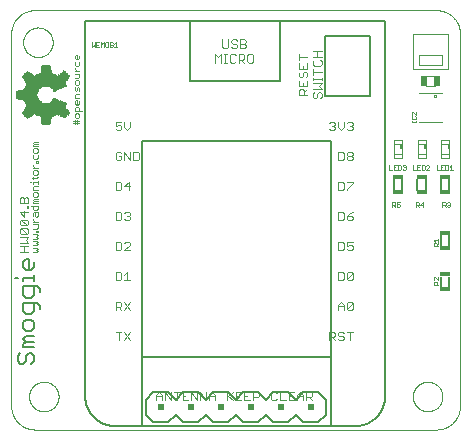
<source format=gto>
G75*
%MOIN*%
%OFA0B0*%
%FSLAX25Y25*%
%IPPOS*%
%LPD*%
%AMOC8*
5,1,8,0,0,1.08239X$1,22.5*
%
%ADD10C,0.00000*%
%ADD11C,0.00500*%
%ADD12C,0.00200*%
%ADD13C,0.00300*%
%ADD14R,0.00236X0.00709*%
%ADD15R,0.00236X0.00472*%
%ADD16R,0.00236X0.01181*%
%ADD17R,0.00236X0.01890*%
%ADD18R,0.00236X0.01654*%
%ADD19R,0.00236X0.02126*%
%ADD20R,0.00236X0.02362*%
%ADD21R,0.00236X0.02835*%
%ADD22R,0.00236X0.03307*%
%ADD23R,0.00236X0.00945*%
%ADD24R,0.00236X0.03543*%
%ADD25R,0.00236X0.05197*%
%ADD26R,0.00236X0.05433*%
%ADD27R,0.00236X0.05669*%
%ADD28R,0.00236X0.04961*%
%ADD29R,0.00236X0.05906*%
%ADD30R,0.00236X0.06142*%
%ADD31R,0.00236X0.07087*%
%ADD32R,0.00236X0.07323*%
%ADD33R,0.00236X0.06378*%
%ADD34R,0.00236X0.06614*%
%ADD35R,0.00236X0.13701*%
%ADD36R,0.00236X0.13465*%
%ADD37R,0.00236X0.13228*%
%ADD38R,0.00236X0.12992*%
%ADD39R,0.00236X0.14173*%
%ADD40R,0.00236X0.14409*%
%ADD41R,0.00236X0.14646*%
%ADD42R,0.00236X0.15118*%
%ADD43R,0.00236X0.15354*%
%ADD44R,0.00236X0.15591*%
%ADD45R,0.00236X0.15827*%
%ADD46R,0.00236X0.03071*%
%ADD47R,0.00236X0.04724*%
%ADD48R,0.00236X0.03780*%
%ADD49R,0.00236X0.01417*%
%ADD50C,0.00800*%
%ADD51C,0.00100*%
%ADD52C,0.00600*%
%ADD53R,0.03400X0.01600*%
%ADD54C,0.00400*%
%ADD55R,0.01969X0.03740*%
%ADD56R,0.02000X0.02000*%
%ADD57C,0.00197*%
%ADD58R,0.00886X0.01575*%
%ADD59R,0.00886X0.00984*%
D10*
X0009474Y0001600D02*
X0143332Y0001600D01*
X0143522Y0001602D01*
X0143712Y0001609D01*
X0143902Y0001621D01*
X0144092Y0001637D01*
X0144281Y0001657D01*
X0144470Y0001683D01*
X0144658Y0001712D01*
X0144845Y0001747D01*
X0145031Y0001786D01*
X0145216Y0001829D01*
X0145401Y0001877D01*
X0145584Y0001929D01*
X0145765Y0001985D01*
X0145945Y0002046D01*
X0146124Y0002112D01*
X0146301Y0002181D01*
X0146477Y0002255D01*
X0146650Y0002333D01*
X0146822Y0002416D01*
X0146991Y0002502D01*
X0147159Y0002592D01*
X0147324Y0002687D01*
X0147487Y0002785D01*
X0147647Y0002888D01*
X0147805Y0002994D01*
X0147960Y0003104D01*
X0148113Y0003217D01*
X0148263Y0003335D01*
X0148409Y0003456D01*
X0148553Y0003580D01*
X0148694Y0003708D01*
X0148832Y0003839D01*
X0148967Y0003974D01*
X0149098Y0004112D01*
X0149226Y0004253D01*
X0149350Y0004397D01*
X0149471Y0004543D01*
X0149589Y0004693D01*
X0149702Y0004846D01*
X0149812Y0005001D01*
X0149918Y0005159D01*
X0150021Y0005319D01*
X0150119Y0005482D01*
X0150214Y0005647D01*
X0150304Y0005815D01*
X0150390Y0005984D01*
X0150473Y0006156D01*
X0150551Y0006329D01*
X0150625Y0006505D01*
X0150694Y0006682D01*
X0150760Y0006861D01*
X0150821Y0007041D01*
X0150877Y0007222D01*
X0150929Y0007405D01*
X0150977Y0007590D01*
X0151020Y0007775D01*
X0151059Y0007961D01*
X0151094Y0008148D01*
X0151123Y0008336D01*
X0151149Y0008525D01*
X0151169Y0008714D01*
X0151185Y0008904D01*
X0151197Y0009094D01*
X0151204Y0009284D01*
X0151206Y0009474D01*
X0151206Y0133490D01*
X0151204Y0133680D01*
X0151197Y0133870D01*
X0151185Y0134060D01*
X0151169Y0134250D01*
X0151149Y0134439D01*
X0151123Y0134628D01*
X0151094Y0134816D01*
X0151059Y0135003D01*
X0151020Y0135189D01*
X0150977Y0135374D01*
X0150929Y0135559D01*
X0150877Y0135742D01*
X0150821Y0135923D01*
X0150760Y0136103D01*
X0150694Y0136282D01*
X0150625Y0136459D01*
X0150551Y0136635D01*
X0150473Y0136808D01*
X0150390Y0136980D01*
X0150304Y0137149D01*
X0150214Y0137317D01*
X0150119Y0137482D01*
X0150021Y0137645D01*
X0149918Y0137805D01*
X0149812Y0137963D01*
X0149702Y0138118D01*
X0149589Y0138271D01*
X0149471Y0138421D01*
X0149350Y0138567D01*
X0149226Y0138711D01*
X0149098Y0138852D01*
X0148967Y0138990D01*
X0148832Y0139125D01*
X0148694Y0139256D01*
X0148553Y0139384D01*
X0148409Y0139508D01*
X0148263Y0139629D01*
X0148113Y0139747D01*
X0147960Y0139860D01*
X0147805Y0139970D01*
X0147647Y0140076D01*
X0147487Y0140179D01*
X0147324Y0140277D01*
X0147159Y0140372D01*
X0146991Y0140462D01*
X0146822Y0140548D01*
X0146650Y0140631D01*
X0146477Y0140709D01*
X0146301Y0140783D01*
X0146124Y0140852D01*
X0145945Y0140918D01*
X0145765Y0140979D01*
X0145584Y0141035D01*
X0145401Y0141087D01*
X0145216Y0141135D01*
X0145031Y0141178D01*
X0144845Y0141217D01*
X0144658Y0141252D01*
X0144470Y0141281D01*
X0144281Y0141307D01*
X0144092Y0141327D01*
X0143902Y0141343D01*
X0143712Y0141355D01*
X0143522Y0141362D01*
X0143332Y0141364D01*
X0009474Y0141364D01*
X0009284Y0141362D01*
X0009094Y0141355D01*
X0008904Y0141343D01*
X0008714Y0141327D01*
X0008525Y0141307D01*
X0008336Y0141281D01*
X0008148Y0141252D01*
X0007961Y0141217D01*
X0007775Y0141178D01*
X0007590Y0141135D01*
X0007405Y0141087D01*
X0007222Y0141035D01*
X0007041Y0140979D01*
X0006861Y0140918D01*
X0006682Y0140852D01*
X0006505Y0140783D01*
X0006329Y0140709D01*
X0006156Y0140631D01*
X0005984Y0140548D01*
X0005815Y0140462D01*
X0005647Y0140372D01*
X0005482Y0140277D01*
X0005319Y0140179D01*
X0005159Y0140076D01*
X0005001Y0139970D01*
X0004846Y0139860D01*
X0004693Y0139747D01*
X0004543Y0139629D01*
X0004397Y0139508D01*
X0004253Y0139384D01*
X0004112Y0139256D01*
X0003974Y0139125D01*
X0003839Y0138990D01*
X0003708Y0138852D01*
X0003580Y0138711D01*
X0003456Y0138567D01*
X0003335Y0138421D01*
X0003217Y0138271D01*
X0003104Y0138118D01*
X0002994Y0137963D01*
X0002888Y0137805D01*
X0002785Y0137645D01*
X0002687Y0137482D01*
X0002592Y0137317D01*
X0002502Y0137149D01*
X0002416Y0136980D01*
X0002333Y0136808D01*
X0002255Y0136635D01*
X0002181Y0136459D01*
X0002112Y0136282D01*
X0002046Y0136103D01*
X0001985Y0135923D01*
X0001929Y0135742D01*
X0001877Y0135559D01*
X0001829Y0135374D01*
X0001786Y0135189D01*
X0001747Y0135003D01*
X0001712Y0134816D01*
X0001683Y0134628D01*
X0001657Y0134439D01*
X0001637Y0134250D01*
X0001621Y0134060D01*
X0001609Y0133870D01*
X0001602Y0133680D01*
X0001600Y0133490D01*
X0001600Y0009474D01*
X0001602Y0009284D01*
X0001609Y0009094D01*
X0001621Y0008904D01*
X0001637Y0008714D01*
X0001657Y0008525D01*
X0001683Y0008336D01*
X0001712Y0008148D01*
X0001747Y0007961D01*
X0001786Y0007775D01*
X0001829Y0007590D01*
X0001877Y0007405D01*
X0001929Y0007222D01*
X0001985Y0007041D01*
X0002046Y0006861D01*
X0002112Y0006682D01*
X0002181Y0006505D01*
X0002255Y0006329D01*
X0002333Y0006156D01*
X0002416Y0005984D01*
X0002502Y0005815D01*
X0002592Y0005647D01*
X0002687Y0005482D01*
X0002785Y0005319D01*
X0002888Y0005159D01*
X0002994Y0005001D01*
X0003104Y0004846D01*
X0003217Y0004693D01*
X0003335Y0004543D01*
X0003456Y0004397D01*
X0003580Y0004253D01*
X0003708Y0004112D01*
X0003839Y0003974D01*
X0003974Y0003839D01*
X0004112Y0003708D01*
X0004253Y0003580D01*
X0004397Y0003456D01*
X0004543Y0003335D01*
X0004693Y0003217D01*
X0004846Y0003104D01*
X0005001Y0002994D01*
X0005159Y0002888D01*
X0005319Y0002785D01*
X0005482Y0002687D01*
X0005647Y0002592D01*
X0005815Y0002502D01*
X0005984Y0002416D01*
X0006156Y0002333D01*
X0006329Y0002255D01*
X0006505Y0002181D01*
X0006682Y0002112D01*
X0006861Y0002046D01*
X0007041Y0001985D01*
X0007222Y0001929D01*
X0007405Y0001877D01*
X0007590Y0001829D01*
X0007775Y0001786D01*
X0007961Y0001747D01*
X0008148Y0001712D01*
X0008336Y0001683D01*
X0008525Y0001657D01*
X0008714Y0001637D01*
X0008904Y0001621D01*
X0009094Y0001609D01*
X0009284Y0001602D01*
X0009474Y0001600D01*
X0007537Y0012589D02*
X0007539Y0012729D01*
X0007545Y0012869D01*
X0007555Y0013008D01*
X0007569Y0013147D01*
X0007587Y0013286D01*
X0007608Y0013424D01*
X0007634Y0013562D01*
X0007664Y0013699D01*
X0007697Y0013834D01*
X0007735Y0013969D01*
X0007776Y0014103D01*
X0007821Y0014236D01*
X0007869Y0014367D01*
X0007922Y0014496D01*
X0007978Y0014625D01*
X0008037Y0014751D01*
X0008101Y0014876D01*
X0008167Y0014999D01*
X0008238Y0015120D01*
X0008311Y0015239D01*
X0008388Y0015356D01*
X0008469Y0015470D01*
X0008552Y0015582D01*
X0008639Y0015692D01*
X0008729Y0015800D01*
X0008821Y0015904D01*
X0008917Y0016006D01*
X0009016Y0016106D01*
X0009117Y0016202D01*
X0009221Y0016296D01*
X0009328Y0016386D01*
X0009437Y0016473D01*
X0009549Y0016558D01*
X0009663Y0016639D01*
X0009779Y0016717D01*
X0009897Y0016791D01*
X0010018Y0016862D01*
X0010140Y0016930D01*
X0010265Y0016994D01*
X0010391Y0017055D01*
X0010518Y0017112D01*
X0010648Y0017165D01*
X0010779Y0017215D01*
X0010911Y0017260D01*
X0011044Y0017303D01*
X0011179Y0017341D01*
X0011314Y0017375D01*
X0011451Y0017406D01*
X0011588Y0017433D01*
X0011726Y0017455D01*
X0011865Y0017474D01*
X0012004Y0017489D01*
X0012143Y0017500D01*
X0012283Y0017507D01*
X0012423Y0017510D01*
X0012563Y0017509D01*
X0012703Y0017504D01*
X0012842Y0017495D01*
X0012982Y0017482D01*
X0013121Y0017465D01*
X0013259Y0017444D01*
X0013397Y0017420D01*
X0013534Y0017391D01*
X0013670Y0017359D01*
X0013805Y0017322D01*
X0013939Y0017282D01*
X0014072Y0017238D01*
X0014203Y0017190D01*
X0014333Y0017139D01*
X0014462Y0017084D01*
X0014589Y0017025D01*
X0014714Y0016962D01*
X0014837Y0016897D01*
X0014959Y0016827D01*
X0015078Y0016754D01*
X0015196Y0016678D01*
X0015311Y0016599D01*
X0015424Y0016516D01*
X0015534Y0016430D01*
X0015642Y0016341D01*
X0015747Y0016249D01*
X0015850Y0016154D01*
X0015950Y0016056D01*
X0016047Y0015956D01*
X0016141Y0015852D01*
X0016233Y0015746D01*
X0016321Y0015638D01*
X0016406Y0015527D01*
X0016488Y0015413D01*
X0016567Y0015297D01*
X0016642Y0015180D01*
X0016714Y0015060D01*
X0016782Y0014938D01*
X0016847Y0014814D01*
X0016909Y0014688D01*
X0016967Y0014561D01*
X0017021Y0014432D01*
X0017072Y0014301D01*
X0017118Y0014169D01*
X0017161Y0014036D01*
X0017201Y0013902D01*
X0017236Y0013767D01*
X0017268Y0013630D01*
X0017295Y0013493D01*
X0017319Y0013355D01*
X0017339Y0013217D01*
X0017355Y0013078D01*
X0017367Y0012938D01*
X0017375Y0012799D01*
X0017379Y0012659D01*
X0017379Y0012519D01*
X0017375Y0012379D01*
X0017367Y0012240D01*
X0017355Y0012100D01*
X0017339Y0011961D01*
X0017319Y0011823D01*
X0017295Y0011685D01*
X0017268Y0011548D01*
X0017236Y0011411D01*
X0017201Y0011276D01*
X0017161Y0011142D01*
X0017118Y0011009D01*
X0017072Y0010877D01*
X0017021Y0010746D01*
X0016967Y0010617D01*
X0016909Y0010490D01*
X0016847Y0010364D01*
X0016782Y0010240D01*
X0016714Y0010118D01*
X0016642Y0009998D01*
X0016567Y0009881D01*
X0016488Y0009765D01*
X0016406Y0009651D01*
X0016321Y0009540D01*
X0016233Y0009432D01*
X0016141Y0009326D01*
X0016047Y0009222D01*
X0015950Y0009122D01*
X0015850Y0009024D01*
X0015747Y0008929D01*
X0015642Y0008837D01*
X0015534Y0008748D01*
X0015424Y0008662D01*
X0015311Y0008579D01*
X0015196Y0008500D01*
X0015078Y0008424D01*
X0014959Y0008351D01*
X0014837Y0008281D01*
X0014714Y0008216D01*
X0014589Y0008153D01*
X0014462Y0008094D01*
X0014333Y0008039D01*
X0014203Y0007988D01*
X0014072Y0007940D01*
X0013939Y0007896D01*
X0013805Y0007856D01*
X0013670Y0007819D01*
X0013534Y0007787D01*
X0013397Y0007758D01*
X0013259Y0007734D01*
X0013121Y0007713D01*
X0012982Y0007696D01*
X0012842Y0007683D01*
X0012703Y0007674D01*
X0012563Y0007669D01*
X0012423Y0007668D01*
X0012283Y0007671D01*
X0012143Y0007678D01*
X0012004Y0007689D01*
X0011865Y0007704D01*
X0011726Y0007723D01*
X0011588Y0007745D01*
X0011451Y0007772D01*
X0011314Y0007803D01*
X0011179Y0007837D01*
X0011044Y0007875D01*
X0010911Y0007918D01*
X0010779Y0007963D01*
X0010648Y0008013D01*
X0010518Y0008066D01*
X0010391Y0008123D01*
X0010265Y0008184D01*
X0010140Y0008248D01*
X0010018Y0008316D01*
X0009897Y0008387D01*
X0009779Y0008461D01*
X0009663Y0008539D01*
X0009549Y0008620D01*
X0009437Y0008705D01*
X0009328Y0008792D01*
X0009221Y0008882D01*
X0009117Y0008976D01*
X0009016Y0009072D01*
X0008917Y0009172D01*
X0008821Y0009274D01*
X0008729Y0009378D01*
X0008639Y0009486D01*
X0008552Y0009596D01*
X0008469Y0009708D01*
X0008388Y0009822D01*
X0008311Y0009939D01*
X0008238Y0010058D01*
X0008167Y0010179D01*
X0008101Y0010302D01*
X0008037Y0010427D01*
X0007978Y0010553D01*
X0007922Y0010682D01*
X0007869Y0010811D01*
X0007821Y0010942D01*
X0007776Y0011075D01*
X0007735Y0011209D01*
X0007697Y0011344D01*
X0007664Y0011479D01*
X0007634Y0011616D01*
X0007608Y0011754D01*
X0007587Y0011892D01*
X0007569Y0012031D01*
X0007555Y0012170D01*
X0007545Y0012309D01*
X0007539Y0012449D01*
X0007537Y0012589D01*
X0005586Y0130686D02*
X0005588Y0130826D01*
X0005594Y0130966D01*
X0005604Y0131105D01*
X0005618Y0131244D01*
X0005636Y0131383D01*
X0005657Y0131521D01*
X0005683Y0131659D01*
X0005713Y0131796D01*
X0005746Y0131931D01*
X0005784Y0132066D01*
X0005825Y0132200D01*
X0005870Y0132333D01*
X0005918Y0132464D01*
X0005971Y0132593D01*
X0006027Y0132722D01*
X0006086Y0132848D01*
X0006150Y0132973D01*
X0006216Y0133096D01*
X0006287Y0133217D01*
X0006360Y0133336D01*
X0006437Y0133453D01*
X0006518Y0133567D01*
X0006601Y0133679D01*
X0006688Y0133789D01*
X0006778Y0133897D01*
X0006870Y0134001D01*
X0006966Y0134103D01*
X0007065Y0134203D01*
X0007166Y0134299D01*
X0007270Y0134393D01*
X0007377Y0134483D01*
X0007486Y0134570D01*
X0007598Y0134655D01*
X0007712Y0134736D01*
X0007828Y0134814D01*
X0007946Y0134888D01*
X0008067Y0134959D01*
X0008189Y0135027D01*
X0008314Y0135091D01*
X0008440Y0135152D01*
X0008567Y0135209D01*
X0008697Y0135262D01*
X0008828Y0135312D01*
X0008960Y0135357D01*
X0009093Y0135400D01*
X0009228Y0135438D01*
X0009363Y0135472D01*
X0009500Y0135503D01*
X0009637Y0135530D01*
X0009775Y0135552D01*
X0009914Y0135571D01*
X0010053Y0135586D01*
X0010192Y0135597D01*
X0010332Y0135604D01*
X0010472Y0135607D01*
X0010612Y0135606D01*
X0010752Y0135601D01*
X0010891Y0135592D01*
X0011031Y0135579D01*
X0011170Y0135562D01*
X0011308Y0135541D01*
X0011446Y0135517D01*
X0011583Y0135488D01*
X0011719Y0135456D01*
X0011854Y0135419D01*
X0011988Y0135379D01*
X0012121Y0135335D01*
X0012252Y0135287D01*
X0012382Y0135236D01*
X0012511Y0135181D01*
X0012638Y0135122D01*
X0012763Y0135059D01*
X0012886Y0134994D01*
X0013008Y0134924D01*
X0013127Y0134851D01*
X0013245Y0134775D01*
X0013360Y0134696D01*
X0013473Y0134613D01*
X0013583Y0134527D01*
X0013691Y0134438D01*
X0013796Y0134346D01*
X0013899Y0134251D01*
X0013999Y0134153D01*
X0014096Y0134053D01*
X0014190Y0133949D01*
X0014282Y0133843D01*
X0014370Y0133735D01*
X0014455Y0133624D01*
X0014537Y0133510D01*
X0014616Y0133394D01*
X0014691Y0133277D01*
X0014763Y0133157D01*
X0014831Y0133035D01*
X0014896Y0132911D01*
X0014958Y0132785D01*
X0015016Y0132658D01*
X0015070Y0132529D01*
X0015121Y0132398D01*
X0015167Y0132266D01*
X0015210Y0132133D01*
X0015250Y0131999D01*
X0015285Y0131864D01*
X0015317Y0131727D01*
X0015344Y0131590D01*
X0015368Y0131452D01*
X0015388Y0131314D01*
X0015404Y0131175D01*
X0015416Y0131035D01*
X0015424Y0130896D01*
X0015428Y0130756D01*
X0015428Y0130616D01*
X0015424Y0130476D01*
X0015416Y0130337D01*
X0015404Y0130197D01*
X0015388Y0130058D01*
X0015368Y0129920D01*
X0015344Y0129782D01*
X0015317Y0129645D01*
X0015285Y0129508D01*
X0015250Y0129373D01*
X0015210Y0129239D01*
X0015167Y0129106D01*
X0015121Y0128974D01*
X0015070Y0128843D01*
X0015016Y0128714D01*
X0014958Y0128587D01*
X0014896Y0128461D01*
X0014831Y0128337D01*
X0014763Y0128215D01*
X0014691Y0128095D01*
X0014616Y0127978D01*
X0014537Y0127862D01*
X0014455Y0127748D01*
X0014370Y0127637D01*
X0014282Y0127529D01*
X0014190Y0127423D01*
X0014096Y0127319D01*
X0013999Y0127219D01*
X0013899Y0127121D01*
X0013796Y0127026D01*
X0013691Y0126934D01*
X0013583Y0126845D01*
X0013473Y0126759D01*
X0013360Y0126676D01*
X0013245Y0126597D01*
X0013127Y0126521D01*
X0013008Y0126448D01*
X0012886Y0126378D01*
X0012763Y0126313D01*
X0012638Y0126250D01*
X0012511Y0126191D01*
X0012382Y0126136D01*
X0012252Y0126085D01*
X0012121Y0126037D01*
X0011988Y0125993D01*
X0011854Y0125953D01*
X0011719Y0125916D01*
X0011583Y0125884D01*
X0011446Y0125855D01*
X0011308Y0125831D01*
X0011170Y0125810D01*
X0011031Y0125793D01*
X0010891Y0125780D01*
X0010752Y0125771D01*
X0010612Y0125766D01*
X0010472Y0125765D01*
X0010332Y0125768D01*
X0010192Y0125775D01*
X0010053Y0125786D01*
X0009914Y0125801D01*
X0009775Y0125820D01*
X0009637Y0125842D01*
X0009500Y0125869D01*
X0009363Y0125900D01*
X0009228Y0125934D01*
X0009093Y0125972D01*
X0008960Y0126015D01*
X0008828Y0126060D01*
X0008697Y0126110D01*
X0008567Y0126163D01*
X0008440Y0126220D01*
X0008314Y0126281D01*
X0008189Y0126345D01*
X0008067Y0126413D01*
X0007946Y0126484D01*
X0007828Y0126558D01*
X0007712Y0126636D01*
X0007598Y0126717D01*
X0007486Y0126802D01*
X0007377Y0126889D01*
X0007270Y0126979D01*
X0007166Y0127073D01*
X0007065Y0127169D01*
X0006966Y0127269D01*
X0006870Y0127371D01*
X0006778Y0127475D01*
X0006688Y0127583D01*
X0006601Y0127693D01*
X0006518Y0127805D01*
X0006437Y0127919D01*
X0006360Y0128036D01*
X0006287Y0128155D01*
X0006216Y0128276D01*
X0006150Y0128399D01*
X0006086Y0128524D01*
X0006027Y0128650D01*
X0005971Y0128779D01*
X0005918Y0128908D01*
X0005870Y0129039D01*
X0005825Y0129172D01*
X0005784Y0129306D01*
X0005746Y0129441D01*
X0005713Y0129576D01*
X0005683Y0129713D01*
X0005657Y0129851D01*
X0005636Y0129989D01*
X0005618Y0130128D01*
X0005604Y0130267D01*
X0005594Y0130406D01*
X0005588Y0130546D01*
X0005586Y0130686D01*
X0135489Y0012589D02*
X0135491Y0012729D01*
X0135497Y0012869D01*
X0135507Y0013008D01*
X0135521Y0013147D01*
X0135539Y0013286D01*
X0135560Y0013424D01*
X0135586Y0013562D01*
X0135616Y0013699D01*
X0135649Y0013834D01*
X0135687Y0013969D01*
X0135728Y0014103D01*
X0135773Y0014236D01*
X0135821Y0014367D01*
X0135874Y0014496D01*
X0135930Y0014625D01*
X0135989Y0014751D01*
X0136053Y0014876D01*
X0136119Y0014999D01*
X0136190Y0015120D01*
X0136263Y0015239D01*
X0136340Y0015356D01*
X0136421Y0015470D01*
X0136504Y0015582D01*
X0136591Y0015692D01*
X0136681Y0015800D01*
X0136773Y0015904D01*
X0136869Y0016006D01*
X0136968Y0016106D01*
X0137069Y0016202D01*
X0137173Y0016296D01*
X0137280Y0016386D01*
X0137389Y0016473D01*
X0137501Y0016558D01*
X0137615Y0016639D01*
X0137731Y0016717D01*
X0137849Y0016791D01*
X0137970Y0016862D01*
X0138092Y0016930D01*
X0138217Y0016994D01*
X0138343Y0017055D01*
X0138470Y0017112D01*
X0138600Y0017165D01*
X0138731Y0017215D01*
X0138863Y0017260D01*
X0138996Y0017303D01*
X0139131Y0017341D01*
X0139266Y0017375D01*
X0139403Y0017406D01*
X0139540Y0017433D01*
X0139678Y0017455D01*
X0139817Y0017474D01*
X0139956Y0017489D01*
X0140095Y0017500D01*
X0140235Y0017507D01*
X0140375Y0017510D01*
X0140515Y0017509D01*
X0140655Y0017504D01*
X0140794Y0017495D01*
X0140934Y0017482D01*
X0141073Y0017465D01*
X0141211Y0017444D01*
X0141349Y0017420D01*
X0141486Y0017391D01*
X0141622Y0017359D01*
X0141757Y0017322D01*
X0141891Y0017282D01*
X0142024Y0017238D01*
X0142155Y0017190D01*
X0142285Y0017139D01*
X0142414Y0017084D01*
X0142541Y0017025D01*
X0142666Y0016962D01*
X0142789Y0016897D01*
X0142911Y0016827D01*
X0143030Y0016754D01*
X0143148Y0016678D01*
X0143263Y0016599D01*
X0143376Y0016516D01*
X0143486Y0016430D01*
X0143594Y0016341D01*
X0143699Y0016249D01*
X0143802Y0016154D01*
X0143902Y0016056D01*
X0143999Y0015956D01*
X0144093Y0015852D01*
X0144185Y0015746D01*
X0144273Y0015638D01*
X0144358Y0015527D01*
X0144440Y0015413D01*
X0144519Y0015297D01*
X0144594Y0015180D01*
X0144666Y0015060D01*
X0144734Y0014938D01*
X0144799Y0014814D01*
X0144861Y0014688D01*
X0144919Y0014561D01*
X0144973Y0014432D01*
X0145024Y0014301D01*
X0145070Y0014169D01*
X0145113Y0014036D01*
X0145153Y0013902D01*
X0145188Y0013767D01*
X0145220Y0013630D01*
X0145247Y0013493D01*
X0145271Y0013355D01*
X0145291Y0013217D01*
X0145307Y0013078D01*
X0145319Y0012938D01*
X0145327Y0012799D01*
X0145331Y0012659D01*
X0145331Y0012519D01*
X0145327Y0012379D01*
X0145319Y0012240D01*
X0145307Y0012100D01*
X0145291Y0011961D01*
X0145271Y0011823D01*
X0145247Y0011685D01*
X0145220Y0011548D01*
X0145188Y0011411D01*
X0145153Y0011276D01*
X0145113Y0011142D01*
X0145070Y0011009D01*
X0145024Y0010877D01*
X0144973Y0010746D01*
X0144919Y0010617D01*
X0144861Y0010490D01*
X0144799Y0010364D01*
X0144734Y0010240D01*
X0144666Y0010118D01*
X0144594Y0009998D01*
X0144519Y0009881D01*
X0144440Y0009765D01*
X0144358Y0009651D01*
X0144273Y0009540D01*
X0144185Y0009432D01*
X0144093Y0009326D01*
X0143999Y0009222D01*
X0143902Y0009122D01*
X0143802Y0009024D01*
X0143699Y0008929D01*
X0143594Y0008837D01*
X0143486Y0008748D01*
X0143376Y0008662D01*
X0143263Y0008579D01*
X0143148Y0008500D01*
X0143030Y0008424D01*
X0142911Y0008351D01*
X0142789Y0008281D01*
X0142666Y0008216D01*
X0142541Y0008153D01*
X0142414Y0008094D01*
X0142285Y0008039D01*
X0142155Y0007988D01*
X0142024Y0007940D01*
X0141891Y0007896D01*
X0141757Y0007856D01*
X0141622Y0007819D01*
X0141486Y0007787D01*
X0141349Y0007758D01*
X0141211Y0007734D01*
X0141073Y0007713D01*
X0140934Y0007696D01*
X0140794Y0007683D01*
X0140655Y0007674D01*
X0140515Y0007669D01*
X0140375Y0007668D01*
X0140235Y0007671D01*
X0140095Y0007678D01*
X0139956Y0007689D01*
X0139817Y0007704D01*
X0139678Y0007723D01*
X0139540Y0007745D01*
X0139403Y0007772D01*
X0139266Y0007803D01*
X0139131Y0007837D01*
X0138996Y0007875D01*
X0138863Y0007918D01*
X0138731Y0007963D01*
X0138600Y0008013D01*
X0138470Y0008066D01*
X0138343Y0008123D01*
X0138217Y0008184D01*
X0138092Y0008248D01*
X0137970Y0008316D01*
X0137849Y0008387D01*
X0137731Y0008461D01*
X0137615Y0008539D01*
X0137501Y0008620D01*
X0137389Y0008705D01*
X0137280Y0008792D01*
X0137173Y0008882D01*
X0137069Y0008976D01*
X0136968Y0009072D01*
X0136869Y0009172D01*
X0136773Y0009274D01*
X0136681Y0009378D01*
X0136591Y0009486D01*
X0136504Y0009596D01*
X0136421Y0009708D01*
X0136340Y0009822D01*
X0136263Y0009939D01*
X0136190Y0010058D01*
X0136119Y0010179D01*
X0136053Y0010302D01*
X0135989Y0010427D01*
X0135930Y0010553D01*
X0135874Y0010682D01*
X0135821Y0010811D01*
X0135773Y0010942D01*
X0135728Y0011075D01*
X0135687Y0011209D01*
X0135649Y0011344D01*
X0135616Y0011479D01*
X0135586Y0011616D01*
X0135560Y0011754D01*
X0135539Y0011892D01*
X0135521Y0012031D01*
X0135507Y0012170D01*
X0135497Y0012309D01*
X0135491Y0012449D01*
X0135489Y0012589D01*
D11*
X0126246Y0012771D02*
X0126246Y0137771D01*
X0026246Y0137771D01*
X0026246Y0012771D01*
X0026249Y0012529D01*
X0026258Y0012288D01*
X0026272Y0012047D01*
X0026293Y0011806D01*
X0026319Y0011566D01*
X0026351Y0011326D01*
X0026389Y0011087D01*
X0026432Y0010850D01*
X0026482Y0010613D01*
X0026537Y0010378D01*
X0026597Y0010144D01*
X0026664Y0009912D01*
X0026735Y0009681D01*
X0026813Y0009452D01*
X0026896Y0009225D01*
X0026984Y0009000D01*
X0027078Y0008777D01*
X0027177Y0008557D01*
X0027282Y0008339D01*
X0027391Y0008124D01*
X0027506Y0007911D01*
X0027626Y0007701D01*
X0027751Y0007495D01*
X0027881Y0007291D01*
X0028016Y0007090D01*
X0028156Y0006893D01*
X0028300Y0006699D01*
X0028449Y0006509D01*
X0028603Y0006323D01*
X0028761Y0006140D01*
X0028923Y0005961D01*
X0029090Y0005786D01*
X0029261Y0005615D01*
X0029436Y0005448D01*
X0029615Y0005286D01*
X0029798Y0005128D01*
X0029984Y0004974D01*
X0030174Y0004825D01*
X0030368Y0004681D01*
X0030565Y0004541D01*
X0030766Y0004406D01*
X0030970Y0004276D01*
X0031176Y0004151D01*
X0031386Y0004031D01*
X0031599Y0003916D01*
X0031814Y0003807D01*
X0032032Y0003702D01*
X0032252Y0003603D01*
X0032475Y0003509D01*
X0032700Y0003421D01*
X0032927Y0003338D01*
X0033156Y0003260D01*
X0033387Y0003189D01*
X0033619Y0003122D01*
X0033853Y0003062D01*
X0034088Y0003007D01*
X0034325Y0002957D01*
X0034562Y0002914D01*
X0034801Y0002876D01*
X0035041Y0002844D01*
X0035281Y0002818D01*
X0035522Y0002797D01*
X0035763Y0002783D01*
X0036004Y0002774D01*
X0036246Y0002771D01*
X0116246Y0002771D01*
X0108135Y0002866D02*
X0045143Y0002866D01*
X0045143Y0025700D01*
X0108135Y0025700D01*
X0108135Y0002866D01*
X0116246Y0002771D02*
X0116488Y0002774D01*
X0116729Y0002783D01*
X0116970Y0002797D01*
X0117211Y0002818D01*
X0117451Y0002844D01*
X0117691Y0002876D01*
X0117930Y0002914D01*
X0118167Y0002957D01*
X0118404Y0003007D01*
X0118639Y0003062D01*
X0118873Y0003122D01*
X0119105Y0003189D01*
X0119336Y0003260D01*
X0119565Y0003338D01*
X0119792Y0003421D01*
X0120017Y0003509D01*
X0120240Y0003603D01*
X0120460Y0003702D01*
X0120678Y0003807D01*
X0120893Y0003916D01*
X0121106Y0004031D01*
X0121316Y0004151D01*
X0121522Y0004276D01*
X0121726Y0004406D01*
X0121927Y0004541D01*
X0122124Y0004681D01*
X0122318Y0004825D01*
X0122508Y0004974D01*
X0122694Y0005128D01*
X0122877Y0005286D01*
X0123056Y0005448D01*
X0123231Y0005615D01*
X0123402Y0005786D01*
X0123569Y0005961D01*
X0123731Y0006140D01*
X0123889Y0006323D01*
X0124043Y0006509D01*
X0124192Y0006699D01*
X0124336Y0006893D01*
X0124476Y0007090D01*
X0124611Y0007291D01*
X0124741Y0007495D01*
X0124866Y0007701D01*
X0124986Y0007911D01*
X0125101Y0008124D01*
X0125210Y0008339D01*
X0125315Y0008557D01*
X0125414Y0008777D01*
X0125508Y0009000D01*
X0125596Y0009225D01*
X0125679Y0009452D01*
X0125757Y0009681D01*
X0125828Y0009912D01*
X0125895Y0010144D01*
X0125955Y0010378D01*
X0126010Y0010613D01*
X0126060Y0010850D01*
X0126103Y0011087D01*
X0126141Y0011326D01*
X0126173Y0011566D01*
X0126199Y0011806D01*
X0126220Y0012047D01*
X0126234Y0012288D01*
X0126243Y0012529D01*
X0126246Y0012771D01*
X0108146Y0025671D02*
X0108146Y0097771D01*
X0045246Y0097771D01*
X0045146Y0097771D02*
X0045146Y0025671D01*
X0045246Y0025671D01*
X0011059Y0041913D02*
X0011059Y0042830D01*
X0010141Y0043747D01*
X0005554Y0043747D01*
X0005554Y0040995D01*
X0006472Y0040078D01*
X0008307Y0040078D01*
X0009224Y0040995D01*
X0009224Y0043747D01*
X0008307Y0045602D02*
X0006472Y0045602D01*
X0005554Y0046520D01*
X0005554Y0049272D01*
X0010141Y0049272D01*
X0011059Y0048355D01*
X0011059Y0047437D01*
X0009224Y0046520D02*
X0009224Y0049272D01*
X0009224Y0051127D02*
X0009224Y0052962D01*
X0009224Y0052045D02*
X0005554Y0052045D01*
X0005554Y0051127D01*
X0003719Y0052045D02*
X0002802Y0052045D01*
X0006472Y0054810D02*
X0005554Y0055728D01*
X0005554Y0057563D01*
X0006472Y0058480D01*
X0007389Y0058480D01*
X0007389Y0054810D01*
X0006472Y0054810D02*
X0008307Y0054810D01*
X0009224Y0055728D01*
X0009224Y0057563D01*
X0009224Y0046520D02*
X0008307Y0045602D01*
X0008307Y0038223D02*
X0006472Y0038223D01*
X0005554Y0037305D01*
X0005554Y0035470D01*
X0006472Y0034553D01*
X0008307Y0034553D01*
X0009224Y0035470D01*
X0009224Y0037305D01*
X0008307Y0038223D01*
X0009224Y0032698D02*
X0006472Y0032698D01*
X0005554Y0031781D01*
X0006472Y0030863D01*
X0009224Y0030863D01*
X0009224Y0029028D02*
X0005554Y0029028D01*
X0005554Y0029946D01*
X0006472Y0030863D01*
X0007389Y0027173D02*
X0008307Y0027173D01*
X0009224Y0026256D01*
X0009224Y0024421D01*
X0008307Y0023504D01*
X0006472Y0024421D02*
X0006472Y0026256D01*
X0007389Y0027173D01*
X0004637Y0027173D02*
X0003719Y0026256D01*
X0003719Y0024421D01*
X0004637Y0023504D01*
X0005554Y0023504D01*
X0006472Y0024421D01*
D12*
X0008890Y0060755D02*
X0009991Y0060755D01*
X0010358Y0061122D01*
X0009991Y0061489D01*
X0010358Y0061856D01*
X0009991Y0062223D01*
X0008890Y0062223D01*
X0008890Y0062965D02*
X0009991Y0062965D01*
X0010358Y0063332D01*
X0009991Y0063699D01*
X0010358Y0064066D01*
X0009991Y0064433D01*
X0008890Y0064433D01*
X0008890Y0065175D02*
X0009991Y0065175D01*
X0010358Y0065542D01*
X0009991Y0065909D01*
X0010358Y0066276D01*
X0009991Y0066643D01*
X0008890Y0066643D01*
X0009991Y0067385D02*
X0009991Y0067752D01*
X0010358Y0067752D01*
X0010358Y0067385D01*
X0009991Y0067385D01*
X0009991Y0068490D02*
X0008890Y0068490D01*
X0009991Y0068490D02*
X0010358Y0068857D01*
X0010358Y0069958D01*
X0008890Y0069958D01*
X0008890Y0070700D02*
X0010358Y0070700D01*
X0009624Y0070700D02*
X0008890Y0071434D01*
X0008890Y0071801D01*
X0008890Y0072908D02*
X0008890Y0073642D01*
X0009257Y0074009D01*
X0010358Y0074009D01*
X0010358Y0072908D01*
X0009991Y0072541D01*
X0009624Y0072908D01*
X0009624Y0074009D01*
X0009991Y0074751D02*
X0009257Y0074751D01*
X0008890Y0075118D01*
X0008890Y0076219D01*
X0008156Y0076219D02*
X0010358Y0076219D01*
X0010358Y0075118D01*
X0009991Y0074751D01*
X0010358Y0076961D02*
X0008890Y0076961D01*
X0008890Y0077328D01*
X0009257Y0077695D01*
X0008890Y0078062D01*
X0009257Y0078429D01*
X0010358Y0078429D01*
X0010358Y0077695D02*
X0009257Y0077695D01*
X0009257Y0079171D02*
X0009991Y0079171D01*
X0010358Y0079538D01*
X0010358Y0080272D01*
X0009991Y0080639D01*
X0009257Y0080639D01*
X0008890Y0080272D01*
X0008890Y0079538D01*
X0009257Y0079171D01*
X0008890Y0081381D02*
X0008890Y0082482D01*
X0009257Y0082849D01*
X0010358Y0082849D01*
X0010358Y0083591D02*
X0010358Y0084324D01*
X0010358Y0083958D02*
X0008890Y0083958D01*
X0008890Y0083591D01*
X0008156Y0083958D02*
X0007789Y0083958D01*
X0008890Y0085064D02*
X0008890Y0085798D01*
X0008523Y0085431D02*
X0009991Y0085431D01*
X0010358Y0085798D01*
X0009991Y0086537D02*
X0010358Y0086904D01*
X0010358Y0087638D01*
X0009991Y0088005D01*
X0009257Y0088005D01*
X0008890Y0087638D01*
X0008890Y0086904D01*
X0009257Y0086537D01*
X0009991Y0086537D01*
X0009624Y0088747D02*
X0008890Y0089481D01*
X0008890Y0089848D01*
X0008890Y0088747D02*
X0010358Y0088747D01*
X0010358Y0090588D02*
X0010358Y0090955D01*
X0009991Y0090955D01*
X0009991Y0090588D01*
X0010358Y0090588D01*
X0009991Y0091693D02*
X0009257Y0091693D01*
X0008890Y0092060D01*
X0008890Y0093161D01*
X0009257Y0093903D02*
X0009991Y0093903D01*
X0010358Y0094270D01*
X0010358Y0095004D01*
X0009991Y0095371D01*
X0009257Y0095371D01*
X0008890Y0095004D01*
X0008890Y0094270D01*
X0009257Y0093903D01*
X0010358Y0093161D02*
X0010358Y0092060D01*
X0009991Y0091693D01*
X0010358Y0096113D02*
X0008890Y0096113D01*
X0008890Y0096480D01*
X0009257Y0096847D01*
X0008890Y0097214D01*
X0009257Y0097581D01*
X0010358Y0097581D01*
X0010358Y0096847D02*
X0009257Y0096847D01*
X0022093Y0103642D02*
X0024295Y0103642D01*
X0024295Y0104376D02*
X0022093Y0104376D01*
X0022827Y0104376D02*
X0022827Y0104743D01*
X0022827Y0104376D02*
X0022827Y0103275D01*
X0023561Y0103275D02*
X0023561Y0104743D01*
X0023194Y0105485D02*
X0023928Y0105485D01*
X0024295Y0105852D01*
X0024295Y0106586D01*
X0023928Y0106953D01*
X0023194Y0106953D01*
X0022827Y0106586D01*
X0022827Y0105852D01*
X0023194Y0105485D01*
X0022827Y0107695D02*
X0022827Y0108795D01*
X0023194Y0109162D01*
X0023928Y0109162D01*
X0024295Y0108795D01*
X0024295Y0107695D01*
X0025029Y0107695D02*
X0022827Y0107695D01*
X0023194Y0109904D02*
X0022827Y0110271D01*
X0022827Y0111005D01*
X0023194Y0111372D01*
X0023561Y0111372D01*
X0023561Y0109904D01*
X0023928Y0109904D02*
X0023194Y0109904D01*
X0023928Y0109904D02*
X0024295Y0110271D01*
X0024295Y0111005D01*
X0024295Y0112114D02*
X0022827Y0112114D01*
X0022827Y0113215D01*
X0023194Y0113582D01*
X0024295Y0113582D01*
X0024295Y0114324D02*
X0024295Y0115425D01*
X0023928Y0115792D01*
X0023561Y0115425D01*
X0023561Y0114691D01*
X0023194Y0114324D01*
X0022827Y0114691D01*
X0022827Y0115792D01*
X0023194Y0116534D02*
X0023928Y0116534D01*
X0024295Y0116901D01*
X0024295Y0117635D01*
X0023928Y0118002D01*
X0023194Y0118002D01*
X0022827Y0117635D01*
X0022827Y0116901D01*
X0023194Y0116534D01*
X0022827Y0118744D02*
X0023928Y0118744D01*
X0024295Y0119111D01*
X0024295Y0120212D01*
X0022827Y0120212D01*
X0022827Y0120954D02*
X0024295Y0120954D01*
X0023561Y0120954D02*
X0022827Y0121688D01*
X0022827Y0122055D01*
X0023194Y0122795D02*
X0023928Y0122795D01*
X0024295Y0123162D01*
X0024295Y0124263D01*
X0023928Y0125005D02*
X0023194Y0125005D01*
X0022827Y0125372D01*
X0022827Y0126106D01*
X0023194Y0126473D01*
X0023561Y0126473D01*
X0023561Y0125005D01*
X0023928Y0125005D02*
X0024295Y0125372D01*
X0024295Y0126106D01*
X0022827Y0124263D02*
X0022827Y0123162D01*
X0023194Y0122795D01*
X0010358Y0081381D02*
X0008890Y0081381D01*
D13*
X0006872Y0078946D02*
X0007356Y0078462D01*
X0007356Y0077011D01*
X0004453Y0077011D01*
X0004453Y0078462D01*
X0004937Y0078946D01*
X0005421Y0078946D01*
X0005904Y0078462D01*
X0005904Y0077011D01*
X0006872Y0076021D02*
X0007356Y0076021D01*
X0007356Y0075538D01*
X0006872Y0075538D01*
X0006872Y0076021D01*
X0005904Y0074526D02*
X0005904Y0072591D01*
X0004453Y0074042D01*
X0007356Y0074042D01*
X0006872Y0071580D02*
X0004937Y0071580D01*
X0006872Y0069645D01*
X0007356Y0070128D01*
X0007356Y0071096D01*
X0006872Y0071580D01*
X0004937Y0071580D02*
X0004453Y0071096D01*
X0004453Y0070128D01*
X0004937Y0069645D01*
X0006872Y0069645D01*
X0006872Y0068633D02*
X0004937Y0068633D01*
X0006872Y0066698D01*
X0007356Y0067182D01*
X0007356Y0068149D01*
X0006872Y0068633D01*
X0006872Y0066698D02*
X0004937Y0066698D01*
X0004453Y0067182D01*
X0004453Y0068149D01*
X0004937Y0068633D01*
X0004453Y0065687D02*
X0007356Y0065687D01*
X0006388Y0064719D01*
X0007356Y0063752D01*
X0004453Y0063752D01*
X0004453Y0062740D02*
X0007356Y0062740D01*
X0005904Y0062740D02*
X0005904Y0060805D01*
X0004453Y0060805D02*
X0007356Y0060805D01*
X0005904Y0078462D02*
X0006388Y0078946D01*
X0006872Y0078946D01*
X0036396Y0081321D02*
X0037847Y0081321D01*
X0038331Y0081805D01*
X0038331Y0083740D01*
X0037847Y0084224D01*
X0036396Y0084224D01*
X0036396Y0081321D01*
X0039342Y0082772D02*
X0041277Y0082772D01*
X0040793Y0081321D02*
X0040793Y0084224D01*
X0039342Y0082772D01*
X0039342Y0091321D02*
X0039342Y0094224D01*
X0041277Y0091321D01*
X0041277Y0094224D01*
X0042289Y0094224D02*
X0043740Y0094224D01*
X0044224Y0093740D01*
X0044224Y0091805D01*
X0043740Y0091321D01*
X0042289Y0091321D01*
X0042289Y0094224D01*
X0038331Y0093740D02*
X0037847Y0094224D01*
X0036879Y0094224D01*
X0036396Y0093740D01*
X0036396Y0091805D01*
X0036879Y0091321D01*
X0037847Y0091321D01*
X0038331Y0091805D01*
X0038331Y0092772D01*
X0037363Y0092772D01*
X0036879Y0101321D02*
X0036396Y0101805D01*
X0036879Y0101321D02*
X0037847Y0101321D01*
X0038331Y0101805D01*
X0038331Y0102772D01*
X0037847Y0103256D01*
X0037363Y0103256D01*
X0036396Y0102772D01*
X0036396Y0104224D01*
X0038331Y0104224D01*
X0039342Y0104224D02*
X0039342Y0102289D01*
X0040310Y0101321D01*
X0041277Y0102289D01*
X0041277Y0104224D01*
X0069520Y0123921D02*
X0069520Y0126824D01*
X0070488Y0125856D01*
X0071455Y0126824D01*
X0071455Y0123921D01*
X0072467Y0123921D02*
X0073434Y0123921D01*
X0072951Y0123921D02*
X0072951Y0126824D01*
X0073434Y0126824D02*
X0072467Y0126824D01*
X0072460Y0128721D02*
X0073427Y0128721D01*
X0073911Y0129205D01*
X0073911Y0131624D01*
X0074922Y0131140D02*
X0074922Y0130656D01*
X0075406Y0130172D01*
X0076374Y0130172D01*
X0076857Y0129689D01*
X0076857Y0129205D01*
X0076374Y0128721D01*
X0075406Y0128721D01*
X0074922Y0129205D01*
X0074922Y0131140D02*
X0075406Y0131624D01*
X0076374Y0131624D01*
X0076857Y0131140D01*
X0077869Y0131624D02*
X0077869Y0128721D01*
X0079320Y0128721D01*
X0079804Y0129205D01*
X0079804Y0129689D01*
X0079320Y0130172D01*
X0077869Y0130172D01*
X0079320Y0130172D02*
X0079804Y0130656D01*
X0079804Y0131140D01*
X0079320Y0131624D01*
X0077869Y0131624D01*
X0077378Y0126824D02*
X0078829Y0126824D01*
X0079313Y0126340D01*
X0079313Y0125372D01*
X0078829Y0124889D01*
X0077378Y0124889D01*
X0078345Y0124889D02*
X0079313Y0123921D01*
X0080324Y0124405D02*
X0080808Y0123921D01*
X0081776Y0123921D01*
X0082259Y0124405D01*
X0082259Y0126340D01*
X0081776Y0126824D01*
X0080808Y0126824D01*
X0080324Y0126340D01*
X0080324Y0124405D01*
X0077378Y0123921D02*
X0077378Y0126824D01*
X0076366Y0126340D02*
X0075883Y0126824D01*
X0074915Y0126824D01*
X0074431Y0126340D01*
X0074431Y0124405D01*
X0074915Y0123921D01*
X0075883Y0123921D01*
X0076366Y0124405D01*
X0072460Y0128721D02*
X0071976Y0129205D01*
X0071976Y0131624D01*
X0097393Y0126776D02*
X0097393Y0124841D01*
X0097393Y0125809D02*
X0100296Y0125809D01*
X0102193Y0125823D02*
X0105096Y0125823D01*
X0104612Y0124812D02*
X0105096Y0124328D01*
X0105096Y0123360D01*
X0104612Y0122877D01*
X0102677Y0122877D01*
X0102193Y0123360D01*
X0102193Y0124328D01*
X0102677Y0124812D01*
X0103644Y0125823D02*
X0103644Y0127758D01*
X0102193Y0127758D02*
X0105096Y0127758D01*
X0100296Y0123829D02*
X0100296Y0121895D01*
X0097393Y0121895D01*
X0097393Y0123829D01*
X0098844Y0122862D02*
X0098844Y0121895D01*
X0099328Y0120883D02*
X0099812Y0120883D01*
X0100296Y0120399D01*
X0100296Y0119432D01*
X0099812Y0118948D01*
X0098844Y0119432D02*
X0098844Y0120399D01*
X0099328Y0120883D01*
X0097877Y0120883D02*
X0097393Y0120399D01*
X0097393Y0119432D01*
X0097877Y0118948D01*
X0098361Y0118948D01*
X0098844Y0119432D01*
X0097393Y0117936D02*
X0097393Y0116001D01*
X0100296Y0116001D01*
X0100296Y0117936D01*
X0098844Y0116969D02*
X0098844Y0116001D01*
X0098844Y0114990D02*
X0099328Y0114506D01*
X0099328Y0113055D01*
X0099328Y0114022D02*
X0100296Y0114990D01*
X0098844Y0114990D02*
X0097877Y0114990D01*
X0097393Y0114506D01*
X0097393Y0113055D01*
X0100296Y0113055D01*
X0102193Y0113524D02*
X0102193Y0112557D01*
X0102677Y0112073D01*
X0103161Y0112073D01*
X0103644Y0112557D01*
X0103644Y0113524D01*
X0104128Y0114008D01*
X0104612Y0114008D01*
X0105096Y0113524D01*
X0105096Y0112557D01*
X0104612Y0112073D01*
X0102677Y0114008D02*
X0102193Y0113524D01*
X0102193Y0115019D02*
X0105096Y0115019D01*
X0104128Y0115987D01*
X0105096Y0116954D01*
X0102193Y0116954D01*
X0102193Y0117966D02*
X0102193Y0118933D01*
X0102193Y0118450D02*
X0105096Y0118450D01*
X0105096Y0118933D02*
X0105096Y0117966D01*
X0105096Y0120898D02*
X0102193Y0120898D01*
X0102193Y0121865D02*
X0102193Y0119930D01*
X0108040Y0104224D02*
X0109007Y0104224D01*
X0109491Y0103740D01*
X0109491Y0103256D01*
X0109007Y0102772D01*
X0109491Y0102289D01*
X0109491Y0101805D01*
X0109007Y0101321D01*
X0108040Y0101321D01*
X0107556Y0101805D01*
X0108524Y0102772D02*
X0109007Y0102772D01*
X0110503Y0102289D02*
X0110503Y0104224D01*
X0110503Y0102289D02*
X0111470Y0101321D01*
X0112438Y0102289D01*
X0112438Y0104224D01*
X0113449Y0103740D02*
X0113933Y0104224D01*
X0114900Y0104224D01*
X0115384Y0103740D01*
X0115384Y0103256D01*
X0114900Y0102772D01*
X0115384Y0102289D01*
X0115384Y0101805D01*
X0114900Y0101321D01*
X0113933Y0101321D01*
X0113449Y0101805D01*
X0114417Y0102772D02*
X0114900Y0102772D01*
X0108040Y0104224D02*
X0107556Y0103740D01*
X0110503Y0094224D02*
X0111954Y0094224D01*
X0112438Y0093740D01*
X0112438Y0091805D01*
X0111954Y0091321D01*
X0110503Y0091321D01*
X0110503Y0094224D01*
X0113449Y0093740D02*
X0113449Y0093256D01*
X0113933Y0092772D01*
X0114900Y0092772D01*
X0115384Y0092289D01*
X0115384Y0091805D01*
X0114900Y0091321D01*
X0113933Y0091321D01*
X0113449Y0091805D01*
X0113449Y0092289D01*
X0113933Y0092772D01*
X0114900Y0092772D02*
X0115384Y0093256D01*
X0115384Y0093740D01*
X0114900Y0094224D01*
X0113933Y0094224D01*
X0113449Y0093740D01*
X0113449Y0084224D02*
X0115384Y0084224D01*
X0115384Y0083740D01*
X0113449Y0081805D01*
X0113449Y0081321D01*
X0112438Y0081805D02*
X0112438Y0083740D01*
X0111954Y0084224D01*
X0110503Y0084224D01*
X0110503Y0081321D01*
X0111954Y0081321D01*
X0112438Y0081805D01*
X0111954Y0074224D02*
X0110503Y0074224D01*
X0110503Y0071321D01*
X0111954Y0071321D01*
X0112438Y0071805D01*
X0112438Y0073740D01*
X0111954Y0074224D01*
X0113449Y0072772D02*
X0114900Y0072772D01*
X0115384Y0072289D01*
X0115384Y0071805D01*
X0114900Y0071321D01*
X0113933Y0071321D01*
X0113449Y0071805D01*
X0113449Y0072772D01*
X0114417Y0073740D01*
X0115384Y0074224D01*
X0115384Y0064224D02*
X0113449Y0064224D01*
X0113449Y0062772D01*
X0114417Y0063256D01*
X0114900Y0063256D01*
X0115384Y0062772D01*
X0115384Y0061805D01*
X0114900Y0061321D01*
X0113933Y0061321D01*
X0113449Y0061805D01*
X0112438Y0061805D02*
X0112438Y0063740D01*
X0111954Y0064224D01*
X0110503Y0064224D01*
X0110503Y0061321D01*
X0111954Y0061321D01*
X0112438Y0061805D01*
X0111954Y0054224D02*
X0110503Y0054224D01*
X0110503Y0051321D01*
X0111954Y0051321D01*
X0112438Y0051805D01*
X0112438Y0053740D01*
X0111954Y0054224D01*
X0113449Y0053740D02*
X0113449Y0051805D01*
X0115384Y0053740D01*
X0115384Y0051805D01*
X0114900Y0051321D01*
X0113933Y0051321D01*
X0113449Y0051805D01*
X0113449Y0053740D02*
X0113933Y0054224D01*
X0114900Y0054224D01*
X0115384Y0053740D01*
X0114900Y0044224D02*
X0115384Y0043740D01*
X0113449Y0041805D01*
X0113933Y0041321D01*
X0114900Y0041321D01*
X0115384Y0041805D01*
X0115384Y0043740D01*
X0114900Y0044224D02*
X0113933Y0044224D01*
X0113449Y0043740D01*
X0113449Y0041805D01*
X0112438Y0041321D02*
X0112438Y0043256D01*
X0111470Y0044224D01*
X0110503Y0043256D01*
X0110503Y0041321D01*
X0110503Y0042772D02*
X0112438Y0042772D01*
X0111954Y0034224D02*
X0110986Y0034224D01*
X0110503Y0033740D01*
X0110503Y0033256D01*
X0110986Y0032772D01*
X0111954Y0032772D01*
X0112438Y0032289D01*
X0112438Y0031805D01*
X0111954Y0031321D01*
X0110986Y0031321D01*
X0110503Y0031805D01*
X0109491Y0031321D02*
X0108524Y0032289D01*
X0109007Y0032289D02*
X0107556Y0032289D01*
X0107556Y0031321D02*
X0107556Y0034224D01*
X0109007Y0034224D01*
X0109491Y0033740D01*
X0109491Y0032772D01*
X0109007Y0032289D01*
X0111954Y0034224D02*
X0112438Y0033740D01*
X0113449Y0034224D02*
X0115384Y0034224D01*
X0114417Y0034224D02*
X0114417Y0031321D01*
X0101419Y0014224D02*
X0099968Y0014224D01*
X0099968Y0011321D01*
X0099968Y0012289D02*
X0101419Y0012289D01*
X0101903Y0012772D01*
X0101903Y0013740D01*
X0101419Y0014224D01*
X0100935Y0012289D02*
X0101903Y0011321D01*
X0098956Y0011321D02*
X0098956Y0013256D01*
X0097989Y0014224D01*
X0097021Y0013256D01*
X0097021Y0011321D01*
X0096010Y0011321D02*
X0094075Y0011321D01*
X0094075Y0014224D01*
X0096010Y0014224D01*
X0095042Y0012772D02*
X0094075Y0012772D01*
X0093063Y0011321D02*
X0091128Y0011321D01*
X0091128Y0014224D01*
X0090117Y0013740D02*
X0089633Y0014224D01*
X0088665Y0014224D01*
X0088182Y0013740D01*
X0088182Y0011805D01*
X0088665Y0011321D01*
X0089633Y0011321D01*
X0090117Y0011805D01*
X0084224Y0012772D02*
X0083740Y0012289D01*
X0082289Y0012289D01*
X0082289Y0011321D02*
X0082289Y0014224D01*
X0083740Y0014224D01*
X0084224Y0013740D01*
X0084224Y0012772D01*
X0081277Y0011321D02*
X0079342Y0011321D01*
X0079342Y0014224D01*
X0081277Y0014224D01*
X0080310Y0012772D02*
X0079342Y0012772D01*
X0078331Y0011321D02*
X0076396Y0011321D01*
X0076396Y0014224D01*
X0078331Y0014224D01*
X0077363Y0012772D02*
X0076396Y0012772D01*
X0075384Y0011321D02*
X0073933Y0012772D01*
X0073449Y0012289D02*
X0075384Y0014224D01*
X0073449Y0014224D02*
X0073449Y0011321D01*
X0069491Y0011321D02*
X0069491Y0013256D01*
X0068524Y0014224D01*
X0067556Y0013256D01*
X0067556Y0011321D01*
X0066545Y0011321D02*
X0066545Y0014224D01*
X0067556Y0012772D02*
X0069491Y0012772D01*
X0066545Y0011321D02*
X0064610Y0014224D01*
X0064610Y0011321D01*
X0063598Y0011321D02*
X0063598Y0014224D01*
X0061663Y0014224D02*
X0061663Y0011321D01*
X0060652Y0011321D02*
X0058717Y0011321D01*
X0058717Y0014224D01*
X0060652Y0014224D01*
X0061663Y0014224D02*
X0063598Y0011321D01*
X0059684Y0012772D02*
X0058717Y0012772D01*
X0057705Y0014224D02*
X0055770Y0014224D01*
X0056738Y0014224D02*
X0056738Y0011321D01*
X0054759Y0011321D02*
X0054759Y0014224D01*
X0052824Y0014224D02*
X0054759Y0011321D01*
X0052824Y0011321D02*
X0052824Y0014224D01*
X0051812Y0013256D02*
X0051812Y0011321D01*
X0051812Y0012772D02*
X0049877Y0012772D01*
X0049877Y0013256D02*
X0050844Y0014224D01*
X0051812Y0013256D01*
X0049877Y0013256D02*
X0049877Y0011321D01*
X0041277Y0031321D02*
X0039342Y0034224D01*
X0038331Y0034224D02*
X0036396Y0034224D01*
X0037363Y0034224D02*
X0037363Y0031321D01*
X0039342Y0031321D02*
X0041277Y0034224D01*
X0041277Y0041321D02*
X0039342Y0044224D01*
X0038331Y0043740D02*
X0038331Y0042772D01*
X0037847Y0042289D01*
X0036396Y0042289D01*
X0037363Y0042289D02*
X0038331Y0041321D01*
X0039342Y0041321D02*
X0041277Y0044224D01*
X0038331Y0043740D02*
X0037847Y0044224D01*
X0036396Y0044224D01*
X0036396Y0041321D01*
X0036396Y0051321D02*
X0037847Y0051321D01*
X0038331Y0051805D01*
X0038331Y0053740D01*
X0037847Y0054224D01*
X0036396Y0054224D01*
X0036396Y0051321D01*
X0039342Y0051321D02*
X0041277Y0051321D01*
X0040310Y0051321D02*
X0040310Y0054224D01*
X0039342Y0053256D01*
X0039342Y0061321D02*
X0041277Y0063256D01*
X0041277Y0063740D01*
X0040793Y0064224D01*
X0039826Y0064224D01*
X0039342Y0063740D01*
X0038331Y0063740D02*
X0037847Y0064224D01*
X0036396Y0064224D01*
X0036396Y0061321D01*
X0037847Y0061321D01*
X0038331Y0061805D01*
X0038331Y0063740D01*
X0039342Y0061321D02*
X0041277Y0061321D01*
X0040793Y0071321D02*
X0039826Y0071321D01*
X0039342Y0071805D01*
X0038331Y0071805D02*
X0038331Y0073740D01*
X0037847Y0074224D01*
X0036396Y0074224D01*
X0036396Y0071321D01*
X0037847Y0071321D01*
X0038331Y0071805D01*
X0040310Y0072772D02*
X0040793Y0072772D01*
X0041277Y0072289D01*
X0041277Y0071805D01*
X0040793Y0071321D01*
X0040793Y0072772D02*
X0041277Y0073256D01*
X0041277Y0073740D01*
X0040793Y0074224D01*
X0039826Y0074224D01*
X0039342Y0073740D01*
X0097021Y0012772D02*
X0098956Y0012772D01*
D14*
X0021167Y0107112D03*
X0005576Y0107112D03*
X0005576Y0119159D03*
D15*
X0020222Y0116206D03*
X0021167Y0119277D03*
X0020222Y0110065D03*
D16*
X0019986Y0109946D03*
X0020931Y0107112D03*
X0020931Y0119159D03*
X0005813Y0119159D03*
D17*
X0006049Y0119041D03*
X0006049Y0107230D03*
X0020694Y0107230D03*
D18*
X0020694Y0119159D03*
D19*
X0020458Y0107348D03*
D20*
X0020458Y0119041D03*
X0006285Y0119041D03*
X0006285Y0107230D03*
D21*
X0003923Y0113135D03*
X0003687Y0113135D03*
X0003450Y0113135D03*
X0020222Y0107230D03*
X0020222Y0119041D03*
D22*
X0019986Y0107466D03*
X0005340Y0113135D03*
X0005104Y0113135D03*
X0004868Y0113135D03*
X0004631Y0113135D03*
D23*
X0019986Y0116443D03*
D24*
X0019986Y0118923D03*
X0006757Y0118923D03*
X0005576Y0113254D03*
X0006757Y0107348D03*
D25*
X0011246Y0108647D03*
X0011482Y0108411D03*
X0015261Y0108411D03*
X0016915Y0109120D03*
X0017151Y0109120D03*
X0017624Y0108883D03*
X0018096Y0108647D03*
X0018332Y0108411D03*
X0018569Y0108411D03*
X0019513Y0107939D03*
X0019750Y0107939D03*
X0016915Y0117151D03*
X0017624Y0117387D03*
X0018096Y0117624D03*
X0018332Y0117860D03*
X0018569Y0117860D03*
X0018805Y0118096D03*
X0019750Y0118332D03*
X0015261Y0117860D03*
X0011482Y0117860D03*
D26*
X0011246Y0117742D03*
X0011009Y0117506D03*
X0015498Y0117742D03*
X0015734Y0117506D03*
X0016679Y0117269D03*
X0019041Y0118214D03*
X0019513Y0118450D03*
X0016679Y0109002D03*
X0018805Y0108293D03*
X0019041Y0108057D03*
X0019277Y0108057D03*
X0011009Y0108765D03*
D27*
X0015498Y0108647D03*
X0015734Y0108883D03*
X0016206Y0109120D03*
X0016443Y0109120D03*
X0016443Y0117151D03*
X0019277Y0118332D03*
X0006521Y0113135D03*
D28*
X0017151Y0117269D03*
X0017387Y0117269D03*
X0017860Y0117506D03*
X0017387Y0109002D03*
X0017860Y0108765D03*
D29*
X0015970Y0109002D03*
X0010773Y0109002D03*
X0010773Y0117269D03*
X0015025Y0118450D03*
X0015970Y0117269D03*
X0016206Y0117269D03*
D30*
X0015025Y0107939D03*
D31*
X0014789Y0107230D03*
X0013844Y0106757D03*
X0013608Y0106757D03*
X0013372Y0106757D03*
X0013135Y0106757D03*
X0012899Y0106757D03*
X0006757Y0113135D03*
X0012663Y0119513D03*
X0012899Y0119513D03*
X0013135Y0119513D03*
X0013372Y0119513D03*
X0013608Y0119513D03*
X0013844Y0119513D03*
X0014080Y0119513D03*
X0014789Y0119041D03*
D32*
X0014553Y0119395D03*
X0014317Y0119395D03*
X0012427Y0119395D03*
X0012191Y0119395D03*
X0011954Y0119159D03*
X0011954Y0107112D03*
X0012191Y0106876D03*
X0012427Y0106876D03*
X0012663Y0106876D03*
X0014080Y0106876D03*
X0014317Y0106876D03*
X0014553Y0106876D03*
D33*
X0011718Y0107820D03*
X0010537Y0116797D03*
X0011718Y0118687D03*
D34*
X0010537Y0109592D03*
D35*
X0010301Y0113135D03*
X0008883Y0113135D03*
D36*
X0009120Y0113254D03*
X0010065Y0113254D03*
D37*
X0009828Y0113135D03*
X0009356Y0113135D03*
D38*
X0009592Y0113254D03*
D39*
X0008647Y0113135D03*
D40*
X0008411Y0113254D03*
D41*
X0008175Y0113135D03*
D42*
X0007939Y0113135D03*
D43*
X0007702Y0113254D03*
D44*
X0007466Y0113135D03*
X0006994Y0113135D03*
D45*
X0007230Y0113254D03*
D46*
X0004395Y0113254D03*
X0004159Y0113254D03*
X0006521Y0118923D03*
X0006521Y0107348D03*
D47*
X0006285Y0113135D03*
D48*
X0006049Y0113135D03*
X0005813Y0113135D03*
D49*
X0005813Y0107230D03*
D50*
X0061246Y0117771D02*
X0091246Y0117771D01*
X0091246Y0137771D01*
X0061246Y0137771D01*
X0061246Y0117771D01*
X0106246Y0112771D02*
X0106246Y0132771D01*
X0121246Y0132771D01*
X0121246Y0112771D01*
X0106246Y0112771D01*
X0103903Y0014021D02*
X0098903Y0014021D01*
X0096403Y0011521D01*
X0093903Y0014021D01*
X0088903Y0014021D01*
X0086403Y0011521D01*
X0083903Y0014021D01*
X0078903Y0014021D01*
X0076403Y0011521D01*
X0073903Y0014021D01*
X0068903Y0014021D01*
X0066403Y0011521D01*
X0063903Y0014021D01*
X0058903Y0014021D01*
X0056403Y0011521D01*
X0053903Y0014021D01*
X0048903Y0014021D01*
X0046403Y0011521D01*
X0046403Y0006521D01*
X0048903Y0004021D01*
X0053903Y0004021D01*
X0056403Y0006521D01*
X0058903Y0004021D01*
X0063903Y0004021D01*
X0066403Y0006521D01*
X0068903Y0004021D01*
X0073903Y0004021D01*
X0076403Y0006521D01*
X0078903Y0004021D01*
X0083903Y0004021D01*
X0086403Y0006521D01*
X0088903Y0004021D01*
X0093903Y0004021D01*
X0096403Y0006521D01*
X0098903Y0004021D01*
X0103903Y0004021D01*
X0106403Y0006521D01*
X0106403Y0011521D01*
X0103903Y0014021D01*
D51*
X0142397Y0049885D02*
X0142397Y0050635D01*
X0142647Y0050885D01*
X0143147Y0050885D01*
X0143398Y0050635D01*
X0143398Y0049885D01*
X0143398Y0050385D02*
X0143898Y0050885D01*
X0143898Y0051358D02*
X0142897Y0052359D01*
X0142647Y0052359D01*
X0142397Y0052108D01*
X0142397Y0051608D01*
X0142647Y0051358D01*
X0143898Y0051358D02*
X0143898Y0052359D01*
X0143898Y0049885D02*
X0142397Y0049885D01*
X0142397Y0062680D02*
X0142397Y0063430D01*
X0142647Y0063681D01*
X0143147Y0063681D01*
X0143398Y0063430D01*
X0143398Y0062680D01*
X0143898Y0062680D02*
X0142397Y0062680D01*
X0143398Y0063180D02*
X0143898Y0063681D01*
X0143898Y0064153D02*
X0143898Y0065154D01*
X0143898Y0064654D02*
X0142397Y0064654D01*
X0142897Y0064153D01*
X0145357Y0075837D02*
X0145357Y0077339D01*
X0146108Y0077339D01*
X0146358Y0077088D01*
X0146358Y0076588D01*
X0146108Y0076338D01*
X0145357Y0076338D01*
X0145857Y0076338D02*
X0146358Y0075837D01*
X0146830Y0076088D02*
X0147080Y0075837D01*
X0147581Y0075837D01*
X0147831Y0076088D01*
X0147831Y0076338D01*
X0147581Y0076588D01*
X0147331Y0076588D01*
X0147581Y0076588D02*
X0147831Y0076838D01*
X0147831Y0077088D01*
X0147581Y0077339D01*
X0147080Y0077339D01*
X0146830Y0077088D01*
X0138973Y0076588D02*
X0137972Y0076588D01*
X0138723Y0077339D01*
X0138723Y0075837D01*
X0137500Y0075837D02*
X0136999Y0076338D01*
X0137249Y0076338D02*
X0136499Y0076338D01*
X0136499Y0075837D02*
X0136499Y0077339D01*
X0137249Y0077339D01*
X0137500Y0077088D01*
X0137500Y0076588D01*
X0137249Y0076338D01*
X0131099Y0076588D02*
X0131099Y0076088D01*
X0130849Y0075837D01*
X0130348Y0075837D01*
X0130098Y0076088D01*
X0130098Y0076588D02*
X0130598Y0076838D01*
X0130849Y0076838D01*
X0131099Y0076588D01*
X0131099Y0077339D02*
X0130098Y0077339D01*
X0130098Y0076588D01*
X0129626Y0076588D02*
X0129626Y0077088D01*
X0129375Y0077339D01*
X0128625Y0077339D01*
X0128625Y0075837D01*
X0128625Y0076338D02*
X0129375Y0076338D01*
X0129626Y0076588D01*
X0129125Y0076338D02*
X0129626Y0075837D01*
X0130108Y0088264D02*
X0129108Y0088264D01*
X0129108Y0089765D01*
X0130108Y0089765D01*
X0130581Y0089765D02*
X0131331Y0089765D01*
X0131582Y0089515D01*
X0131582Y0088514D01*
X0131331Y0088264D01*
X0130581Y0088264D01*
X0130581Y0089765D01*
X0129608Y0089015D02*
X0129108Y0089015D01*
X0128635Y0088264D02*
X0127634Y0088264D01*
X0127634Y0089765D01*
X0132054Y0089515D02*
X0132304Y0089765D01*
X0132805Y0089765D01*
X0133055Y0089515D01*
X0133055Y0089265D01*
X0132805Y0089015D01*
X0133055Y0088765D01*
X0133055Y0088514D01*
X0132805Y0088264D01*
X0132304Y0088264D01*
X0132054Y0088514D01*
X0132554Y0089015D02*
X0132805Y0089015D01*
X0135508Y0089765D02*
X0135508Y0088264D01*
X0136509Y0088264D01*
X0136982Y0088264D02*
X0137982Y0088264D01*
X0138455Y0088264D02*
X0139205Y0088264D01*
X0139456Y0088514D01*
X0139456Y0089515D01*
X0139205Y0089765D01*
X0138455Y0089765D01*
X0138455Y0088264D01*
X0137482Y0089015D02*
X0136982Y0089015D01*
X0136982Y0089765D02*
X0136982Y0088264D01*
X0136982Y0089765D02*
X0137982Y0089765D01*
X0139928Y0089515D02*
X0140178Y0089765D01*
X0140679Y0089765D01*
X0140929Y0089515D01*
X0140929Y0089265D01*
X0139928Y0088264D01*
X0140929Y0088264D01*
X0143382Y0088264D02*
X0143382Y0089765D01*
X0144856Y0089765D02*
X0144856Y0088264D01*
X0145856Y0088264D01*
X0146329Y0088264D02*
X0147079Y0088264D01*
X0147330Y0088514D01*
X0147330Y0089515D01*
X0147079Y0089765D01*
X0146329Y0089765D01*
X0146329Y0088264D01*
X0145356Y0089015D02*
X0144856Y0089015D01*
X0144856Y0089765D02*
X0145856Y0089765D01*
X0147802Y0089265D02*
X0148302Y0089765D01*
X0148302Y0088264D01*
X0147802Y0088264D02*
X0148803Y0088264D01*
X0144383Y0088264D02*
X0143382Y0088264D01*
X0136589Y0104012D02*
X0136589Y0104513D01*
X0136589Y0104262D02*
X0135088Y0104262D01*
X0135088Y0104012D02*
X0135088Y0104513D01*
X0135338Y0104994D02*
X0136339Y0104994D01*
X0136589Y0105245D01*
X0136589Y0105745D01*
X0136339Y0105995D01*
X0136589Y0106468D02*
X0135589Y0107468D01*
X0135338Y0107468D01*
X0135088Y0107218D01*
X0135088Y0106718D01*
X0135338Y0106468D01*
X0135338Y0105995D02*
X0135088Y0105745D01*
X0135088Y0105245D01*
X0135338Y0104994D01*
X0136589Y0106468D02*
X0136589Y0107468D01*
X0036897Y0129160D02*
X0035896Y0129160D01*
X0036397Y0129160D02*
X0036397Y0130661D01*
X0035896Y0130161D01*
X0035424Y0130411D02*
X0035174Y0130661D01*
X0034673Y0130661D01*
X0034423Y0130411D01*
X0034423Y0130161D01*
X0034673Y0129910D01*
X0035174Y0129910D01*
X0035424Y0129660D01*
X0035424Y0129410D01*
X0035174Y0129160D01*
X0034673Y0129160D01*
X0034423Y0129410D01*
X0033951Y0129410D02*
X0033951Y0130411D01*
X0033700Y0130661D01*
X0033200Y0130661D01*
X0032950Y0130411D01*
X0032950Y0129410D01*
X0033200Y0129160D01*
X0033700Y0129160D01*
X0033951Y0129410D01*
X0032477Y0129160D02*
X0032477Y0130661D01*
X0031977Y0130161D01*
X0031476Y0130661D01*
X0031476Y0129160D01*
X0031004Y0129160D02*
X0030003Y0129160D01*
X0030003Y0130661D01*
X0031004Y0130661D01*
X0030504Y0129910D02*
X0030003Y0129910D01*
X0029531Y0129160D02*
X0029531Y0130661D01*
X0028530Y0130661D02*
X0028530Y0129160D01*
X0029030Y0129660D01*
X0029531Y0129160D01*
D52*
X0129135Y0084994D02*
X0129135Y0081592D01*
X0131939Y0081592D02*
X0131939Y0084994D01*
X0137009Y0084994D02*
X0137009Y0081592D01*
X0139813Y0081592D02*
X0139813Y0084994D01*
X0144883Y0084994D02*
X0144883Y0081592D01*
X0147687Y0081592D02*
X0147687Y0084994D01*
X0147687Y0066293D02*
X0147687Y0062891D01*
X0144883Y0062891D02*
X0144883Y0066293D01*
X0144883Y0052513D02*
X0144883Y0049112D01*
X0147687Y0049112D02*
X0147687Y0052513D01*
D53*
X0146285Y0053313D03*
X0146285Y0048313D03*
X0146285Y0062092D03*
X0146285Y0067092D03*
X0146285Y0080793D03*
X0146285Y0085793D03*
X0138411Y0085793D03*
X0138411Y0080793D03*
X0130537Y0080793D03*
X0130537Y0085793D03*
D54*
X0129159Y0092151D02*
X0129159Y0098057D01*
X0131915Y0098057D01*
X0131915Y0092151D01*
X0129159Y0092151D01*
X0129356Y0093332D02*
X0131718Y0093332D01*
X0131915Y0094317D02*
X0131915Y0095891D01*
X0131718Y0096876D02*
X0129356Y0096876D01*
X0129159Y0095891D02*
X0129159Y0094317D01*
X0137033Y0094317D02*
X0137033Y0095891D01*
X0137230Y0096876D02*
X0139592Y0096876D01*
X0139789Y0095891D02*
X0139789Y0094317D01*
X0139592Y0093332D02*
X0137230Y0093332D01*
X0137033Y0092151D02*
X0137033Y0098057D01*
X0139789Y0098057D01*
X0139789Y0092151D01*
X0137033Y0092151D01*
X0144907Y0092151D02*
X0144907Y0098057D01*
X0147663Y0098057D01*
X0147663Y0092151D01*
X0144907Y0092151D01*
X0145104Y0093332D02*
X0147466Y0093332D01*
X0147663Y0094317D02*
X0147663Y0095891D01*
X0147466Y0096876D02*
X0145104Y0096876D01*
X0144907Y0095891D02*
X0144907Y0094317D01*
X0142765Y0116092D02*
X0139962Y0116092D01*
X0139962Y0119443D02*
X0142765Y0119443D01*
D55*
X0143648Y0117762D03*
X0139048Y0117762D03*
D56*
X0101403Y0009021D03*
X0091403Y0009021D03*
X0081403Y0009021D03*
X0071403Y0009021D03*
X0061403Y0009021D03*
X0051403Y0009021D03*
D57*
X0137427Y0103962D02*
X0145301Y0103962D01*
X0145301Y0104159D01*
X0137427Y0104159D02*
X0137427Y0103962D01*
X0142485Y0112722D02*
X0142487Y0112759D01*
X0142493Y0112796D01*
X0142502Y0112832D01*
X0142516Y0112866D01*
X0142533Y0112899D01*
X0142553Y0112931D01*
X0142576Y0112960D01*
X0142602Y0112986D01*
X0142631Y0113009D01*
X0142662Y0113029D01*
X0142696Y0113046D01*
X0142730Y0113060D01*
X0142766Y0113069D01*
X0142803Y0113075D01*
X0142840Y0113077D01*
X0142877Y0113075D01*
X0142914Y0113069D01*
X0142950Y0113060D01*
X0142984Y0113046D01*
X0143017Y0113029D01*
X0143049Y0113009D01*
X0143078Y0112986D01*
X0143104Y0112960D01*
X0143127Y0112931D01*
X0143147Y0112900D01*
X0143164Y0112866D01*
X0143178Y0112832D01*
X0143187Y0112796D01*
X0143193Y0112759D01*
X0143195Y0112722D01*
X0143193Y0112685D01*
X0143187Y0112648D01*
X0143178Y0112612D01*
X0143164Y0112578D01*
X0143147Y0112545D01*
X0143127Y0112513D01*
X0143104Y0112484D01*
X0143078Y0112458D01*
X0143049Y0112435D01*
X0143018Y0112415D01*
X0142984Y0112398D01*
X0142950Y0112384D01*
X0142914Y0112375D01*
X0142877Y0112369D01*
X0142840Y0112367D01*
X0142803Y0112369D01*
X0142766Y0112375D01*
X0142730Y0112384D01*
X0142696Y0112398D01*
X0142663Y0112415D01*
X0142631Y0112435D01*
X0142602Y0112458D01*
X0142576Y0112484D01*
X0142553Y0112513D01*
X0142533Y0112544D01*
X0142516Y0112578D01*
X0142502Y0112612D01*
X0142493Y0112648D01*
X0142487Y0112685D01*
X0142485Y0112722D01*
X0145301Y0113608D02*
X0145301Y0113805D01*
X0137427Y0113805D01*
X0137427Y0113608D01*
X0135458Y0121679D02*
X0147269Y0121679D01*
X0147269Y0133490D01*
X0135458Y0133490D01*
X0135458Y0121679D01*
X0137427Y0123254D02*
X0137427Y0126403D01*
X0145301Y0126403D01*
X0145301Y0123254D01*
X0137427Y0123254D01*
D58*
X0139543Y0095891D03*
X0147417Y0095891D03*
X0131669Y0095891D03*
D59*
X0131669Y0095596D03*
X0139543Y0095596D03*
X0147417Y0095596D03*
M02*

</source>
